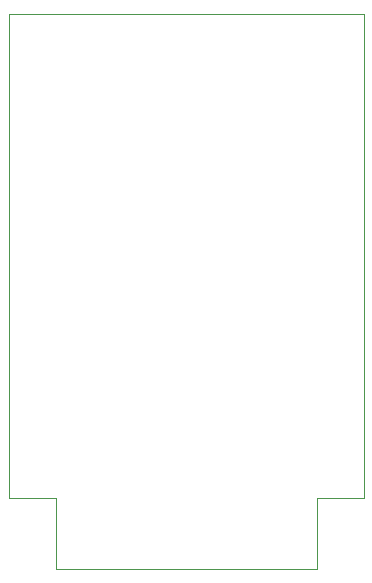
<source format=gbr>
G04 #@! TF.GenerationSoftware,KiCad,Pcbnew,(5.1.6)-1*
G04 #@! TF.CreationDate,2022-09-13T10:15:16+02:00*
G04 #@! TF.ProjectId,LoRa_Balloon,4c6f5261-5f42-4616-9c6c-6f6f6e2e6b69,2*
G04 #@! TF.SameCoordinates,Original*
G04 #@! TF.FileFunction,Profile,NP*
%FSLAX46Y46*%
G04 Gerber Fmt 4.6, Leading zero omitted, Abs format (unit mm)*
G04 Created by KiCad (PCBNEW (5.1.6)-1) date 2022-09-13 10:15:16*
%MOMM*%
%LPD*%
G01*
G04 APERTURE LIST*
G04 #@! TA.AperFunction,Profile*
%ADD10C,0.050000*%
G04 #@! TD*
G04 APERTURE END LIST*
D10*
X103950000Y-148000000D02*
X126050000Y-148000000D01*
X126050000Y-142000000D02*
X130000000Y-142000000D01*
X126050000Y-148000000D02*
X126050000Y-142000000D01*
X103950000Y-142000000D02*
X100000000Y-142000000D01*
X103950000Y-148000000D02*
X103950000Y-142000000D01*
X130000000Y-101000000D02*
X130000000Y-142000000D01*
X100000000Y-101000000D02*
X130000000Y-101000000D01*
X100000000Y-101000000D02*
X100000000Y-142000000D01*
M02*

</source>
